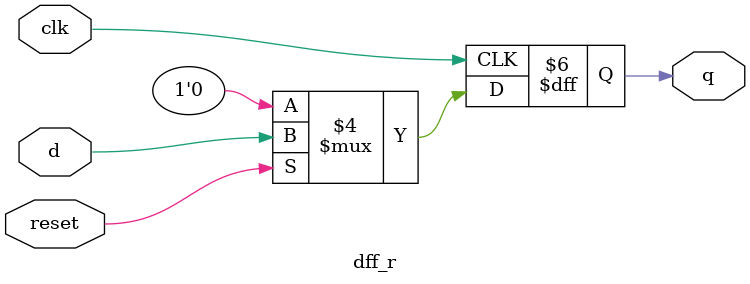
<source format=v>
module dff_r(input d,clk,reset,output reg q);
  always@(posedge clk)
    
      begin
    if(!reset)
        q<=0;
      else
        q<=d;
      end
    endmodule

</source>
